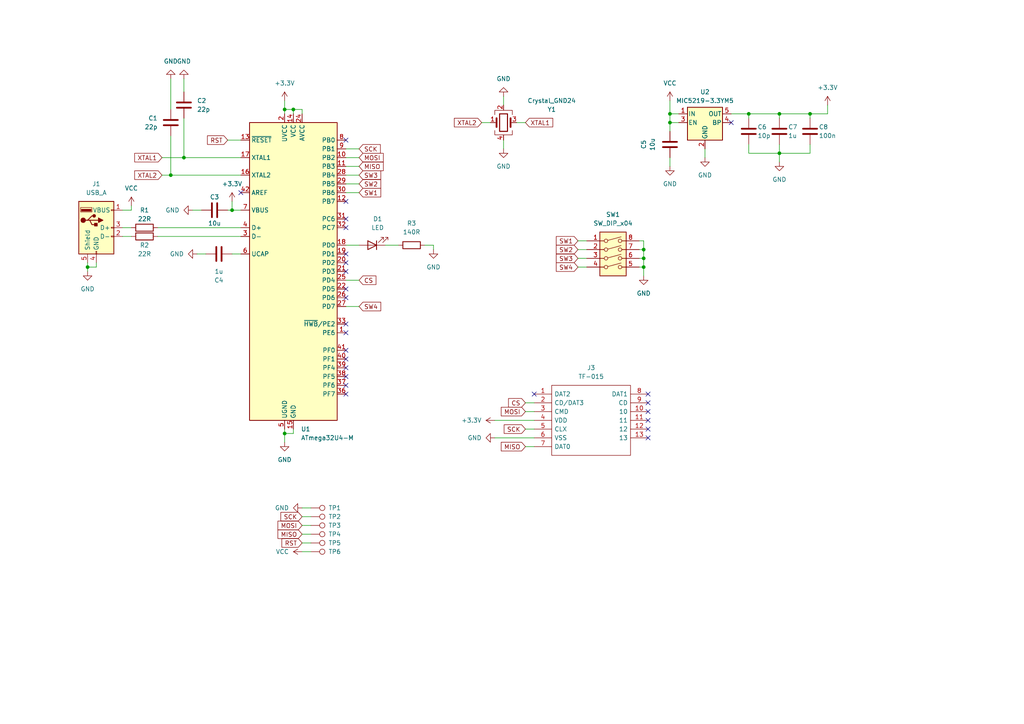
<source format=kicad_sch>
(kicad_sch (version 20230121) (generator eeschema)
  (paper "A4")
  (lib_symbols
    (symbol "Connector:TestPoint" (pin_numbers hide) (pin_names (offset 0.762) hide)
      (property "Reference" "TP" (at 0 6.858 0))
      (property "Value" "TestPoint" (at 0 5.08 0))
      (symbol "TestPoint_0_1"
        (circle (center 0 3.302) (radius 0.762))
      )
      (symbol "TestPoint_1_1"
        (pin passive line (at 0 0 90) (length 2.54) (name "1") (number "1"))
      )
    )
    (symbol "Connector:USB_A" (pin_names (offset 1.016))
      (property "Reference" "J" (at -5.08 11.43 0))
      (property "Value" "USB_A" (at -5.08 8.89 0))
      (symbol "USB_A_0_1"
        (rectangle (start -5.08 -7.62) (end 5.08 7.62) (stroke (width 0.254)) (fill (type background)))
        (circle (center -3.81 2.159) (radius 0.635) (stroke (width 0.254)) (fill (type outline)))
        (rectangle (start -1.524 4.826) (end -4.318 5.334) (fill (type outline)))
        (rectangle (start -1.27 4.572) (end -4.572 5.842))
        (circle (center -0.635 3.429) (radius 0.381) (stroke (width 0.254)) (fill (type outline)))
        (rectangle (start -0.127 -7.62) (end 0.127 -6.858))
        (polyline (pts (xy -3.175 2.159) (xy -2.54 2.159) (xy -1.27 3.429) (xy -0.635 3.429)) (stroke (width 0.254)))
        (polyline (pts (xy -2.54 2.159) (xy -1.905 2.159) (xy -1.27 0.889) (xy 0 0.889)) (stroke (width 0.254)))
        (polyline (pts (xy 0.635 2.794) (xy 0.635 1.524) (xy 1.905 2.159) (xy 0.635 2.794)) (stroke (width 0.254)) (fill (type outline)))
        (rectangle (start 0.254 1.27) (end -0.508 0.508) (stroke (width 0.254)) (fill (type outline)))
        (rectangle (start 5.08 -2.667) (end 4.318 -2.413))
        (rectangle (start 5.08 -0.127) (end 4.318 0.127))
        (rectangle (start 5.08 4.953) (end 4.318 5.207))
      )
      (symbol "USB_A_1_1"
        (polyline (pts (xy -1.905 2.159) (xy 0.635 2.159)) (stroke (width 0.254)))
        (pin power_in line (at 7.62 5.08 180) (length 2.54) (name "VBUS") (number "1"))
        (pin bidirectional line (at 7.62 -2.54 180) (length 2.54) (name "D-") (number "2"))
        (pin bidirectional line (at 7.62 0 180) (length 2.54) (name "D+") (number "3"))
        (pin power_in line (at 0 -10.16 90) (length 2.54) (name "GND") (number "4"))
        (pin passive line (at -2.54 -10.16 90) (length 2.54) (name "Shield") (number "5"))
      )
    )
    (symbol "Device:C" (pin_numbers hide) (pin_names (offset 0.254))
      (property "Reference" "C" (at 0.635 2.54 0))
      (property "Value" "C" (at 0.635 -2.54 0))
      (symbol "C_0_1"
        (polyline (pts (xy -2.032 -0.762) (xy 2.032 -0.762)) (stroke (width 0.508)))
        (polyline (pts (xy -2.032 0.762) (xy 2.032 0.762)) (stroke (width 0.508)))
      )
      (symbol "C_1_1"
        (pin passive line (at 0 3.81 270) (length 2.794) (name "~") (number "1"))
        (pin passive line (at 0 -3.81 90) (length 2.794) (name "~") (number "2"))
      )
    )
    (symbol "Device:Crystal_GND24" (pin_names (offset 1.016) hide)
      (property "Reference" "Y" (at 3.175 5.08 0))
      (property "Value" "Crystal_GND24" (at 3.175 3.175 0))
      (symbol "Crystal_GND24_0_1"
        (rectangle (start -1.143 2.54) (end 1.143 -2.54) (stroke (width 0.3048)))
        (polyline (pts (xy -2.54 0) (xy -2.032 0)))
        (polyline (pts (xy -2.032 -1.27) (xy -2.032 1.27)) (stroke (width 0.508)))
        (polyline (pts (xy 0 -3.81) (xy 0 -3.556)))
        (polyline (pts (xy 0 3.556) (xy 0 3.81)))
        (polyline (pts (xy 2.032 -1.27) (xy 2.032 1.27)) (stroke (width 0.508)))
        (polyline (pts (xy 2.032 0) (xy 2.54 0)))
        (polyline (pts (xy -2.54 -2.286) (xy -2.54 -3.556) (xy 2.54 -3.556) (xy 2.54 -2.286)))
        (polyline (pts (xy -2.54 2.286) (xy -2.54 3.556) (xy 2.54 3.556) (xy 2.54 2.286)))
      )
      (symbol "Crystal_GND24_1_1"
        (pin passive line (at -3.81 0 0) (length 1.27) (name "1") (number "1"))
        (pin passive line (at 0 5.08 270) (length 1.27) (name "2") (number "2"))
        (pin passive line (at 3.81 0 180) (length 1.27) (name "3") (number "3"))
        (pin passive line (at 0 -5.08 90) (length 1.27) (name "4") (number "4"))
      )
    )
    (symbol "Device:LED" (pin_numbers hide) (pin_names (offset 1.016) hide)
      (property "Reference" "D" (at 0 2.54 0))
      (property "Value" "LED" (at 0 -2.54 0))
      (symbol "LED_0_1"
        (polyline (pts (xy -1.27 -1.27) (xy -1.27 1.27)) (stroke (width 0.254)))
        (polyline (pts (xy -1.27 0) (xy 1.27 0)))
        (polyline (pts (xy 1.27 -1.27) (xy 1.27 1.27) (xy -1.27 0) (xy 1.27 -1.27)) (stroke (width 0.254)))
        (polyline (pts (xy -3.048 -0.762) (xy -4.572 -2.286) (xy -3.81 -2.286) (xy -4.572 -2.286) (xy -4.572 -1.524)))
        (polyline (pts (xy -1.778 -0.762) (xy -3.302 -2.286) (xy -2.54 -2.286) (xy -3.302 -2.286) (xy -3.302 -1.524)))
      )
      (symbol "LED_1_1"
        (pin passive line (at -3.81 0 0) (length 2.54) (name "K") (number "1"))
        (pin passive line (at 3.81 0 180) (length 2.54) (name "A") (number "2"))
      )
    )
    (symbol "Device:R" (pin_numbers hide) (pin_names (offset 0))
      (property "Reference" "R" (at 2.032 0 90))
      (property "Value" "R" (at 0 0 90))
      (symbol "R_0_1"
        (rectangle (start -1.016 -2.54) (end 1.016 2.54) (stroke (width 0.254)))
      )
      (symbol "R_1_1"
        (pin passive line (at 0 3.81 270) (length 1.27) (name "~") (number "1"))
        (pin passive line (at 0 -3.81 90) (length 1.27) (name "~") (number "2"))
      )
    )
    (symbol "MCU_Microchip_ATmega:ATmega32U4-M"
      (property "Reference" "U" (at -12.7 44.45 0))
      (property "Value" "ATmega32U4-M" (at 2.54 -44.45 0))
      (symbol "ATmega32U4-M_0_1"
        (rectangle (start -12.7 -43.18) (end 12.7 43.18) (stroke (width 0.254)) (fill (type background)))
      )
      (symbol "ATmega32U4-M_1_1"
        (pin bidirectional line (at 15.24 -17.78 180) (length 2.54) (name "PE6") (number "1"))
        (pin bidirectional line (at 15.24 33.02 180) (length 2.54) (name "PB2") (number "10"))
        (pin bidirectional line (at 15.24 30.48 180) (length 2.54) (name "PB3") (number "11"))
        (pin bidirectional line (at 15.24 20.32 180) (length 2.54) (name "PB7") (number "12"))
        (pin input line (at -15.24 38.1 0) (length 2.54) (name "~{RESET}") (number "13"))
        (pin power_in line (at 0 45.72 270) (length 2.54) (name "VCC") (number "14"))
        (pin power_in line (at 0 -45.72 90) (length 2.54) (name "GND") (number "15"))
        (pin output line (at -15.24 27.94 0) (length 2.54) (name "XTAL2") (number "16"))
        (pin input line (at -15.24 33.02 0) (length 2.54) (name "XTAL1") (number "17"))
        (pin bidirectional line (at 15.24 7.62 180) (length 2.54) (name "PD0") (number "18"))
        (pin bidirectional line (at 15.24 5.08 180) (length 2.54) (name "PD1") (number "19"))
        (pin power_in line (at -2.54 45.72 270) (length 2.54) (name "UVCC") (number "2"))
        (pin bidirectional line (at 15.24 2.54 180) (length 2.54) (name "PD2") (number "20"))
        (pin bidirectional line (at 15.24 0 180) (length 2.54) (name "PD3") (number "21"))
        (pin bidirectional line (at 15.24 -5.08 180) (length 2.54) (name "PD5") (number "22"))
        (pin passive line (at 0 -45.72 90) (length 2.54) hide (name "GND") (number "23"))
        (pin power_in line (at 2.54 45.72 270) (length 2.54) (name "AVCC") (number "24"))
        (pin bidirectional line (at 15.24 -2.54 180) (length 2.54) (name "PD4") (number "25"))
        (pin bidirectional line (at 15.24 -7.62 180) (length 2.54) (name "PD6") (number "26"))
        (pin bidirectional line (at 15.24 -10.16 180) (length 2.54) (name "PD7") (number "27"))
        (pin bidirectional line (at 15.24 27.94 180) (length 2.54) (name "PB4") (number "28"))
        (pin bidirectional line (at 15.24 25.4 180) (length 2.54) (name "PB5") (number "29"))
        (pin bidirectional line (at -15.24 10.16 0) (length 2.54) (name "D-") (number "3"))
        (pin bidirectional line (at 15.24 22.86 180) (length 2.54) (name "PB6") (number "30"))
        (pin bidirectional line (at 15.24 15.24 180) (length 2.54) (name "PC6") (number "31"))
        (pin bidirectional line (at 15.24 12.7 180) (length 2.54) (name "PC7") (number "32"))
        (pin bidirectional line (at 15.24 -15.24 180) (length 2.54) (name "~{HWB}/PE2") (number "33"))
        (pin passive line (at 0 45.72 270) (length 2.54) hide (name "VCC") (number "34"))
        (pin passive line (at 0 -45.72 90) (length 2.54) hide (name "GND") (number "35"))
        (pin bidirectional line (at 15.24 -35.56 180) (length 2.54) (name "PF7") (number "36"))
        (pin bidirectional line (at 15.24 -33.02 180) (length 2.54) (name "PF6") (number "37"))
        (pin bidirectional line (at 15.24 -30.48 180) (length 2.54) (name "PF5") (number "38"))
        (pin bidirectional line (at 15.24 -27.94 180) (length 2.54) (name "PF4") (number "39"))
        (pin bidirectional line (at -15.24 12.7 0) (length 2.54) (name "D+") (number "4"))
        (pin bidirectional line (at 15.24 -25.4 180) (length 2.54) (name "PF1") (number "40"))
        (pin bidirectional line (at 15.24 -22.86 180) (length 2.54) (name "PF0") (number "41"))
        (pin passive line (at -15.24 22.86 0) (length 2.54) (name "AREF") (number "42"))
        (pin passive line (at 0 -45.72 90) (length 2.54) hide (name "GND") (number "43"))
        (pin passive line (at 2.54 45.72 270) (length 2.54) hide (name "AVCC") (number "44"))
        (pin passive line (at 0 -45.72 90) (length 2.54) hide (name "GND") (number "45"))
        (pin passive line (at -2.54 -45.72 90) (length 2.54) (name "UGND") (number "5"))
        (pin passive line (at -15.24 5.08 0) (length 2.54) (name "UCAP") (number "6"))
        (pin input line (at -15.24 17.78 0) (length 2.54) (name "VBUS") (number "7"))
        (pin bidirectional line (at 15.24 38.1 180) (length 2.54) (name "PB0") (number "8"))
        (pin bidirectional line (at 15.24 35.56 180) (length 2.54) (name "PB1") (number "9"))
      )
    )
    (symbol "Regulator_Linear:MIC5219-3.3YM5" (pin_names (offset 0.254))
      (property "Reference" "U" (at -3.81 5.715 0))
      (property "Value" "MIC5219-3.3YM5" (at 0 5.715 0))
      (symbol "MIC5219-3.3YM5_0_1"
        (rectangle (start -5.08 4.445) (end 5.08 -5.08) (stroke (width 0.254)) (fill (type background)))
      )
      (symbol "MIC5219-3.3YM5_1_1"
        (pin power_in line (at -7.62 2.54 0) (length 2.54) (name "IN") (number "1"))
        (pin power_in line (at 0 -7.62 90) (length 2.54) (name "GND") (number "2"))
        (pin input line (at -7.62 0 0) (length 2.54) (name "EN") (number "3"))
        (pin input line (at 7.62 0 180) (length 2.54) (name "BP") (number "4"))
        (pin power_out line (at 7.62 2.54 180) (length 2.54) (name "OUT") (number "5"))
      )
    )
    (symbol "SamacSys_Parts:TF-015" (pin_names (offset 0.762))
      (property "Reference" "J" (at 29.21 7.62 0))
      (property "Value" "TF-015" (at 29.21 5.08 0))
      (symbol "TF-015_0_0"
        (pin passive line (at 0 0 0) (length 5.08) (name "DAT2") (number "1"))
        (pin passive line (at 33.02 -5.08 180) (length 5.08) (name "10") (number "10"))
        (pin passive line (at 33.02 -7.62 180) (length 5.08) (name "11") (number "11"))
        (pin passive line (at 33.02 -10.16 180) (length 5.08) (name "12") (number "12"))
        (pin passive line (at 33.02 -12.7 180) (length 5.08) (name "13") (number "13"))
        (pin passive line (at 0 -2.54 0) (length 5.08) (name "CD/DAT3") (number "2"))
        (pin passive line (at 0 -5.08 0) (length 5.08) (name "CMD") (number "3"))
        (pin passive line (at 0 -7.62 0) (length 5.08) (name "VDD") (number "4"))
        (pin passive line (at 0 -10.16 0) (length 5.08) (name "CLX") (number "5"))
        (pin passive line (at 0 -12.7 0) (length 5.08) (name "VSS") (number "6"))
        (pin passive line (at 0 -15.24 0) (length 5.08) (name "DAT0") (number "7"))
        (pin passive line (at 33.02 0 180) (length 5.08) (name "DAT1") (number "8"))
        (pin passive line (at 33.02 -2.54 180) (length 5.08) (name "CD") (number "9"))
      )
      (symbol "TF-015_0_1"
        (polyline (pts (xy 5.08 2.54) (xy 27.94 2.54) (xy 27.94 -17.78) (xy 5.08 -17.78) (xy 5.08 2.54)) (stroke (width 0.1524)))
      )
    )
    (symbol "Switch:SW_DIP_x04" (pin_names (offset 0) hide)
      (property "Reference" "SW" (at 0 8.89 0))
      (property "Value" "SW_DIP_x04" (at 0 -6.35 0))
      (symbol "SW_DIP_x04_0_0"
        (circle (center -2.032 -2.54) (radius 0.508))
        (circle (center -2.032 0) (radius 0.508))
        (circle (center -2.032 2.54) (radius 0.508))
        (circle (center -2.032 5.08) (radius 0.508))
        (polyline (pts (xy -1.524 -2.3876) (xy 2.3622 -1.3462)))
        (polyline (pts (xy -1.524 0.127) (xy 2.3622 1.1684)))
        (polyline (pts (xy -1.524 2.667) (xy 2.3622 3.7084)))
        (polyline (pts (xy -1.524 5.207) (xy 2.3622 6.2484)))
        (circle (center 2.032 -2.54) (radius 0.508))
        (circle (center 2.032 0) (radius 0.508))
        (circle (center 2.032 2.54) (radius 0.508))
        (circle (center 2.032 5.08) (radius 0.508))
      )
      (symbol "SW_DIP_x04_0_1"
        (rectangle (start -3.81 7.62) (end 3.81 -5.08) (stroke (width 0.254)) (fill (type background)))
      )
      (symbol "SW_DIP_x04_1_1"
        (pin passive line (at -7.62 5.08 0) (length 5.08) (name "~") (number "1"))
        (pin passive line (at -7.62 2.54 0) (length 5.08) (name "~") (number "2"))
        (pin passive line (at -7.62 0 0) (length 5.08) (name "~") (number "3"))
        (pin passive line (at -7.62 -2.54 0) (length 5.08) (name "~") (number "4"))
        (pin passive line (at 7.62 -2.54 180) (length 5.08) (name "~") (number "5"))
        (pin passive line (at 7.62 0 180) (length 5.08) (name "~") (number "6"))
        (pin passive line (at 7.62 2.54 180) (length 5.08) (name "~") (number "7"))
        (pin passive line (at 7.62 5.08 180) (length 5.08) (name "~") (number "8"))
      )
    )
    (symbol "power:+3.3V" (power) (pin_names (offset 0))
      (property "Value" "+3.3V" (at 0 3.556 0))
      (symbol "+3.3V_0_1"
        (polyline (pts (xy -0.762 1.27) (xy 0 2.54)))
        (polyline (pts (xy 0 0) (xy 0 2.54)))
        (polyline (pts (xy 0 2.54) (xy 0.762 1.27)))
      )
      (symbol "+3.3V_1_1"
        (pin power_in line (at 0 0 90) (length 0) hide (name "+3.3V") (number "1"))
      )
    )
    (symbol "power:GND" (power) (pin_names (offset 0))
      (property "Value" "GND" (at 0 -3.81 0))
      (symbol "GND_0_1"
        (polyline (pts (xy 0 0) (xy 0 -1.27) (xy 1.27 -1.27) (xy 0 -2.54) (xy -1.27 -1.27) (xy 0 -1.27)))
      )
      (symbol "GND_1_1"
        (pin power_in line (at 0 0 270) (length 0) hide (name "GND") (number "1"))
      )
    )
    (symbol "power:VCC" (power) (pin_names (offset 0))
      (property "Value" "VCC" (at 0 3.81 0))
      (symbol "VCC_0_1"
        (polyline (pts (xy -0.762 1.27) (xy 0 2.54)))
        (polyline (pts (xy 0 0) (xy 0 2.54)))
        (polyline (pts (xy 0 2.54) (xy 0.762 1.27)))
      )
      (symbol "VCC_1_1"
        (pin power_in line (at 0 0 90) (length 0) hide (name "VCC") (number "1"))
      )
    )
  )
  (junction (at 186.69 77.47))
  (junction (at 194.31 35.56))
  (junction (at 82.55 125.73))
  (junction (at 82.55 31.75))
  (junction (at 234.95 33.02))
  (junction (at 186.69 74.93))
  (junction (at 194.31 33.02))
  (junction (at 226.06 44.45))
  (junction (at 67.31 60.96))
  (junction (at 25.4 77.47))
  (junction (at 226.06 33.02))
  (junction (at 85.09 31.75))
  (junction (at 186.69 72.39))
  (junction (at 217.17 33.02))
  (junction (at 49.53 50.8))
  (junction (at 53.34 45.72))
  (no_connect (at 100.33 93.98))
  (no_connect (at 187.96 127))
  (no_connect (at 100.33 109.22))
  (no_connect (at 100.33 66.04))
  (no_connect (at 100.33 101.6))
  (no_connect (at 187.96 116.84))
  (no_connect (at 187.96 119.38))
  (no_connect (at 100.33 58.42))
  (no_connect (at 187.96 124.46))
  (no_connect (at 100.33 96.52))
  (no_connect (at 69.85 55.88))
  (no_connect (at 100.33 63.5))
  (no_connect (at 212.09 35.56))
  (no_connect (at 187.96 121.92))
  (no_connect (at 100.33 86.36))
  (no_connect (at 100.33 83.82))
  (no_connect (at 100.33 73.66))
  (no_connect (at 100.33 111.76))
  (no_connect (at 187.96 114.3))
  (no_connect (at 100.33 76.2))
  (no_connect (at 100.33 114.3))
  (no_connect (at 100.33 106.68))
  (no_connect (at 100.33 78.74))
  (no_connect (at 100.33 104.14))
  (no_connect (at 154.94 114.3))
  (no_connect (at 100.33 40.64))
  (wire (pts (xy 167.64 72.39) (xy 170.18 72.39)))
  (wire (pts (xy 146.05 27.94) (xy 146.05 30.48)))
  (wire (pts (xy 100.33 81.28) (xy 104.14 81.28)))
  (wire (pts (xy 234.95 33.02) (xy 240.03 33.02)))
  (wire (pts (xy 35.56 66.04) (xy 38.1 66.04)))
  (wire (pts (xy 57.15 73.66) (xy 59.69 73.66)))
  (wire (pts (xy 152.4 129.54) (xy 154.94 129.54)))
  (wire (pts (xy 149.86 35.56) (xy 152.4 35.56)))
  (wire (pts (xy 185.42 74.93) (xy 186.69 74.93)))
  (wire (pts (xy 53.34 45.72) (xy 69.85 45.72)))
  (wire (pts (xy 217.17 44.45) (xy 226.06 44.45)))
  (wire (pts (xy 53.34 22.86) (xy 53.34 26.67)))
  (wire (pts (xy 53.34 45.72) (xy 46.99 45.72)))
  (wire (pts (xy 85.09 124.46) (xy 85.09 125.73)))
  (wire (pts (xy 226.06 44.45) (xy 226.06 46.99)))
  (wire (pts (xy 49.53 50.8) (xy 46.99 50.8)))
  (wire (pts (xy 167.64 77.47) (xy 170.18 77.47)))
  (wire (pts (xy 212.09 33.02) (xy 217.17 33.02)))
  (wire (pts (xy 45.72 68.58) (xy 69.85 68.58)))
  (wire (pts (xy 55.88 60.96) (xy 58.42 60.96)))
  (wire (pts (xy 217.17 33.02) (xy 226.06 33.02)))
  (wire (pts (xy 143.51 127) (xy 154.94 127)))
  (wire (pts (xy 35.56 68.58) (xy 38.1 68.58)))
  (wire (pts (xy 87.63 147.32) (xy 90.17 147.32)))
  (wire (pts (xy 82.55 124.46) (xy 82.55 125.73)))
  (wire (pts (xy 100.33 71.12) (xy 104.14 71.12)))
  (wire (pts (xy 87.63 31.75) (xy 85.09 31.75)))
  (wire (pts (xy 82.55 125.73) (xy 85.09 125.73)))
  (wire (pts (xy 123.19 71.12) (xy 125.73 71.12)))
  (wire (pts (xy 234.95 41.91) (xy 234.95 44.45)))
  (wire (pts (xy 82.55 29.21) (xy 82.55 31.75)))
  (wire (pts (xy 185.42 69.85) (xy 186.69 69.85)))
  (wire (pts (xy 194.31 35.56) (xy 194.31 33.02)))
  (wire (pts (xy 185.42 72.39) (xy 186.69 72.39)))
  (wire (pts (xy 194.31 29.21) (xy 194.31 33.02)))
  (wire (pts (xy 185.42 77.47) (xy 186.69 77.47)))
  (wire (pts (xy 100.33 88.9) (xy 104.14 88.9)))
  (wire (pts (xy 152.4 116.84) (xy 154.94 116.84)))
  (wire (pts (xy 49.53 50.8) (xy 69.85 50.8)))
  (wire (pts (xy 25.4 77.47) (xy 25.4 78.74)))
  (wire (pts (xy 100.33 55.88) (xy 104.14 55.88)))
  (wire (pts (xy 82.55 125.73) (xy 82.55 128.27)))
  (wire (pts (xy 152.4 124.46) (xy 154.94 124.46)))
  (wire (pts (xy 100.33 48.26) (xy 104.14 48.26)))
  (wire (pts (xy 38.1 59.69) (xy 38.1 60.96)))
  (wire (pts (xy 146.05 43.18) (xy 146.05 40.64)))
  (wire (pts (xy 87.63 149.86) (xy 90.17 149.86)))
  (wire (pts (xy 167.64 74.93) (xy 170.18 74.93)))
  (wire (pts (xy 25.4 77.47) (xy 27.94 77.47)))
  (wire (pts (xy 49.53 39.37) (xy 49.53 50.8)))
  (wire (pts (xy 100.33 53.34) (xy 104.14 53.34)))
  (wire (pts (xy 234.95 44.45) (xy 226.06 44.45)))
  (wire (pts (xy 204.47 43.18) (xy 204.47 45.72)))
  (wire (pts (xy 87.63 152.4) (xy 90.17 152.4)))
  (wire (pts (xy 87.63 157.48) (xy 90.17 157.48)))
  (wire (pts (xy 111.76 71.12) (xy 115.57 71.12)))
  (wire (pts (xy 85.09 33.02) (xy 85.09 31.75)))
  (wire (pts (xy 87.63 33.02) (xy 87.63 31.75)))
  (wire (pts (xy 67.31 60.96) (xy 69.85 60.96)))
  (wire (pts (xy 100.33 43.18) (xy 104.14 43.18)))
  (wire (pts (xy 186.69 74.93) (xy 186.69 72.39)))
  (wire (pts (xy 25.4 76.2) (xy 25.4 77.47)))
  (wire (pts (xy 125.73 71.12) (xy 125.73 72.39)))
  (wire (pts (xy 100.33 50.8) (xy 104.14 50.8)))
  (wire (pts (xy 143.51 121.92) (xy 154.94 121.92)))
  (wire (pts (xy 194.31 45.72) (xy 194.31 48.26)))
  (wire (pts (xy 217.17 41.91) (xy 217.17 44.45)))
  (wire (pts (xy 194.31 35.56) (xy 194.31 38.1)))
  (wire (pts (xy 217.17 33.02) (xy 217.17 34.29)))
  (wire (pts (xy 87.63 160.02) (xy 90.17 160.02)))
  (wire (pts (xy 226.06 44.45) (xy 226.06 41.91)))
  (wire (pts (xy 66.04 60.96) (xy 67.31 60.96)))
  (wire (pts (xy 142.24 35.56) (xy 139.7 35.56)))
  (wire (pts (xy 226.06 33.02) (xy 226.06 34.29)))
  (wire (pts (xy 85.09 31.75) (xy 82.55 31.75)))
  (wire (pts (xy 152.4 119.38) (xy 154.94 119.38)))
  (wire (pts (xy 196.85 35.56) (xy 194.31 35.56)))
  (wire (pts (xy 35.56 60.96) (xy 38.1 60.96)))
  (wire (pts (xy 66.04 40.64) (xy 69.85 40.64)))
  (wire (pts (xy 53.34 34.29) (xy 53.34 45.72)))
  (wire (pts (xy 82.55 31.75) (xy 82.55 33.02)))
  (wire (pts (xy 49.53 22.86) (xy 49.53 31.75)))
  (wire (pts (xy 45.72 66.04) (xy 69.85 66.04)))
  (wire (pts (xy 67.31 58.42) (xy 67.31 60.96)))
  (wire (pts (xy 67.31 73.66) (xy 69.85 73.66)))
  (wire (pts (xy 186.69 77.47) (xy 186.69 80.01)))
  (wire (pts (xy 240.03 30.48) (xy 240.03 33.02)))
  (wire (pts (xy 194.31 33.02) (xy 196.85 33.02)))
  (wire (pts (xy 226.06 33.02) (xy 234.95 33.02)))
  (wire (pts (xy 167.64 69.85) (xy 170.18 69.85)))
  (wire (pts (xy 100.33 45.72) (xy 104.14 45.72)))
  (wire (pts (xy 186.69 74.93) (xy 186.69 77.47)))
  (wire (pts (xy 234.95 33.02) (xy 234.95 34.29)))
  (wire (pts (xy 27.94 76.2) (xy 27.94 77.47)))
  (wire (pts (xy 186.69 69.85) (xy 186.69 72.39)))
  (wire (pts (xy 87.63 154.94) (xy 90.17 154.94)))
  (global_label "MOSI" (shape input) (at 152.4 119.38 180) (property "Intersheetrefs" "${INTERSHEET_REFS}" (effects hide)))
  (global_label "MISO" (shape input) (at 104.14 48.26 0) (property "Intersheetrefs" "${INTERSHEET_REFS}" (effects hide)))
  (global_label "SW3" (shape input) (at 104.14 50.8 0) (property "Intersheetrefs" "${INTERSHEET_REFS}" (effects hide)))
  (global_label "CS" (shape input) (at 152.4 116.84 180) (property "Intersheetrefs" "${INTERSHEET_REFS}" (effects hide)))
  (global_label "MOSI" (shape input) (at 87.63 152.4 180) (property "Intersheetrefs" "${INTERSHEET_REFS}" (effects hide)))
  (global_label "RST" (shape input) (at 87.63 157.48 180) (property "Intersheetrefs" "${INTERSHEET_REFS}" (effects hide)))
  (global_label "MISO" (shape input) (at 152.4 129.54 180) (property "Intersheetrefs" "${INTERSHEET_REFS}" (effects hide)))
  (global_label "MISO" (shape input) (at 87.63 154.94 180) (property "Intersheetrefs" "${INTERSHEET_REFS}" (effects hide)))
  (global_label "SW1" (shape input) (at 104.14 55.88 0) (property "Intersheetrefs" "${INTERSHEET_REFS}" (effects hide)))
  (global_label "SW2" (shape input) (at 167.64 72.39 180) (property "Intersheetrefs" "${INTERSHEET_REFS}" (effects hide)))
  (global_label "CS" (shape input) (at 104.14 81.28 0) (property "Intersheetrefs" "${INTERSHEET_REFS}" (effects hide)))
  (global_label "SW1" (shape input) (at 167.64 69.85 180) (property "Intersheetrefs" "${INTERSHEET_REFS}" (effects hide)))
  (global_label "SW4" (shape input) (at 104.14 88.9 0) (property "Intersheetrefs" "${INTERSHEET_REFS}" (effects hide)))
  (global_label "XTAL1" (shape input) (at 152.4 35.56 0) (property "Intersheetrefs" "${INTERSHEET_REFS}" (effects hide)))
  (global_label "RST" (shape input) (at 66.04 40.64 180) (property "Intersheetrefs" "${INTERSHEET_REFS}" (effects hide)))
  (global_label "SW2" (shape input) (at 104.14 53.34 0) (property "Intersheetrefs" "${INTERSHEET_REFS}" (effects hide)))
  (global_label "SCK" (shape input) (at 152.4 124.46 180) (property "Intersheetrefs" "${INTERSHEET_REFS}" (effects hide)))
  (global_label "XTAL2" (shape input) (at 46.99 50.8 180) (property "Intersheetrefs" "${INTERSHEET_REFS}" (effects hide)))
  (global_label "XTAL1" (shape input) (at 46.99 45.72 180) (property "Intersheetrefs" "${INTERSHEET_REFS}" (effects hide)))
  (global_label "MOSI" (shape input) (at 104.14 45.72 0) (property "Intersheetrefs" "${INTERSHEET_REFS}" (effects hide)))
  (global_label "XTAL2" (shape input) (at 139.7 35.56 180) (property "Intersheetrefs" "${INTERSHEET_REFS}" (effects hide)))
  (global_label "SCK" (shape input) (at 104.14 43.18 0) (property "Intersheetrefs" "${INTERSHEET_REFS}" (effects hide)))
  (global_label "SW3" (shape input) (at 167.64 74.93 180) (property "Intersheetrefs" "${INTERSHEET_REFS}" (effects hide)))
  (global_label "SCK" (shape input) (at 87.63 149.86 180) (property "Intersheetrefs" "${INTERSHEET_REFS}" (effects hide)))
  (global_label "SW4" (shape input) (at 167.64 77.47 180) (property "Intersheetrefs" "${INTERSHEET_REFS}" (effects hide)))
  (symbol (lib_id "power:GND") (at 25.4 78.74 0) (unit 1)
    (property "Reference" "#PWR01" (effects hide))
    (property "Value" "GND" (at 25.4 83.82 0))
  )
  (symbol (lib_id "Regulator_Linear:MIC5219-3.3YM5") (at 204.47 35.56 0) (unit 1)
    (property "Reference" "U2" (at 204.47 26.67 0))
    (property "Value" "MIC5219-3.3YM5" (at 204.47 29.21 0))
    (property "Footprint" "Package_TO_SOT_SMD:SOT-23-5" (effects hide))
    (property "Datasheet" "http://ww1.microchip.com/downloads/en/DeviceDoc/MIC5219-500mA-Peak-Output-LDO-Regulator-DS20006021A.pdf" (effects hide))
  )
  (symbol (lib_id "power:GND") (at 53.34 22.86 180) (unit 1)
    (property "Reference" "#PWR04" (effects hide))
    (property "Value" "GND" (at 53.34 17.78 0))
  )
  (symbol (lib_id "power:GND") (at 125.73 72.39 0) (unit 1)
    (property "Reference" "#PWR012" (effects hide))
    (property "Value" "GND" (at 125.73 77.47 0))
  )
  (symbol (lib_id "Device:Crystal_GND24") (at 146.05 35.56 0) (unit 1)
    (property "Reference" "Y1" (at 160.02 31.75 0))
    (property "Value" "Crystal_GND24" (at 160.02 29.21 0))
    (property "Footprint" "Crystal:Crystal_SMD_3225-4Pin_3.2x2.5mm_HandSoldering" (effects hide))
  )
  (symbol (lib_id "Connector:TestPoint") (at 90.17 160.02 270) (unit 1)
    (property "Reference" "TP6" (at 95.25 160.02 90) (effects (justify left)))
    (property "Value" "TestPoint" (effects hide))
    (property "Footprint" "TestPoint:TestPoint_Pad_D1.0mm" (effects hide))
  )
  (symbol (lib_id "Device:R") (at 41.91 66.04 90) (unit 1)
    (property "Reference" "R1" (at 41.91 60.96 90))
    (property "Value" "22R" (at 41.91 63.5 90))
    (property "Footprint" "Resistor_SMD:R_0805_2012Metric_Pad1.20x1.40mm_HandSolder" (effects hide))
  )
  (symbol (lib_id "Connector:TestPoint") (at 90.17 149.86 270) (unit 1)
    (property "Reference" "TP2" (at 95.25 149.86 90) (effects (justify left)))
    (property "Value" "TestPoint" (effects hide))
    (property "Footprint" "TestPoint:TestPoint_Pad_D1.0mm" (effects hide))
  )
  (symbol (lib_id "power:GND") (at 57.15 73.66 270) (unit 1)
    (property "Reference" "#PWR06" (effects hide))
    (property "Value" "GND" (at 53.34 73.66 90) (effects (justify right)))
  )
  (symbol (lib_id "Connector:TestPoint") (at 90.17 154.94 270) (unit 1)
    (property "Reference" "TP4" (at 95.25 154.94 90) (effects (justify left)))
    (property "Value" "TestPoint" (effects hide))
    (property "Footprint" "TestPoint:TestPoint_Pad_D1.0mm" (effects hide))
  )
  (symbol (lib_id "power:+3.3V") (at 143.51 121.92 90) (unit 1)
    (property "Reference" "#PWR013" (effects hide))
    (property "Value" "+3.3V" (at 139.7 121.92 90) (effects (justify left)))
  )
  (symbol (lib_id "power:GND") (at 49.53 22.86 180) (unit 1)
    (property "Reference" "#PWR03" (effects hide))
    (property "Value" "GND" (at 49.53 17.78 0))
  )
  (symbol (lib_id "Device:C") (at 49.53 35.56 0) (mirror y) (unit 1)
    (property "Reference" "C1" (at 45.72 34.29 0) (effects (justify left)))
    (property "Value" "22p" (at 45.72 36.83 0) (effects (justify left)))
    (property "Footprint" "Capacitor_SMD:C_0805_2012Metric_Pad1.18x1.45mm_HandSolder" (effects hide))
  )
  (symbol (lib_id "Device:C") (at 226.06 38.1 0) (unit 1)
    (property "Reference" "C7" (at 228.6 36.83 0) (effects (justify left)))
    (property "Value" "1u" (at 228.6 39.37 0) (effects (justify left)))
    (property "Footprint" "Capacitor_SMD:C_0805_2012Metric_Pad1.18x1.45mm_HandSolder" (effects hide))
  )
  (symbol (lib_id "Device:C") (at 62.23 60.96 90) (mirror x) (unit 1)
    (property "Reference" "C3" (at 62.23 57.15 90))
    (property "Value" "10u" (at 62.23 64.77 90))
    (property "Footprint" "Capacitor_SMD:C_0805_2012Metric_Pad1.18x1.45mm_HandSolder" (effects hide))
  )
  (symbol (lib_id "power:GND") (at 146.05 43.18 0) (unit 1)
    (property "Reference" "#PWR021" (effects hide))
    (property "Value" "GND" (at 146.05 48.26 0))
  )
  (symbol (lib_id "power:GND") (at 143.51 127 270) (unit 1)
    (property "Reference" "#PWR014" (effects hide))
    (property "Value" "GND" (at 139.7 127 90) (effects (justify right)))
  )
  (symbol (lib_id "Device:C") (at 234.95 38.1 0) (unit 1)
    (property "Reference" "C8" (at 237.49 36.83 0) (effects (justify left)))
    (property "Value" "100n" (at 237.49 39.37 0) (effects (justify left)))
    (property "Footprint" "Capacitor_SMD:C_0805_2012Metric_Pad1.18x1.45mm_HandSolder" (effects hide))
  )
  (symbol (lib_id "Connector:USB_A") (at 27.94 66.04 0) (unit 1)
    (property "Reference" "J1" (at 27.94 53.34 0))
    (property "Value" "USB_A" (at 27.94 55.88 0))
    (property "Footprint" "Connector_USB:USB_A_CNCTech_1001-011-01101_Horizontal" (effects hide))
    (property "Datasheet" " ~" (effects hide))
  )
  (symbol (lib_id "Connector:TestPoint") (at 90.17 157.48 270) (unit 1)
    (property "Reference" "TP5" (at 95.25 157.48 90) (effects (justify left)))
    (property "Value" "TestPoint" (effects hide))
    (property "Footprint" "TestPoint:TestPoint_Pad_D1.0mm" (effects hide))
  )
  (symbol (lib_id "Device:R") (at 41.91 68.58 270) (unit 1)
    (property "Reference" "R2" (at 41.91 71.12 90))
    (property "Value" "22R" (at 41.91 73.66 90))
    (property "Footprint" "Resistor_SMD:R_0805_2012Metric_Pad1.20x1.40mm_HandSolder" (effects hide))
  )
  (symbol (lib_id "Connector:TestPoint") (at 90.17 147.32 270) (unit 1)
    (property "Reference" "TP1" (at 95.25 147.32 90) (effects (justify left)))
    (property "Value" "TestPoint" (effects hide))
    (property "Footprint" "TestPoint:TestPoint_Pad_D1.0mm" (effects hide))
  )
  (symbol (lib_id "Device:C") (at 217.17 38.1 0) (unit 1)
    (property "Reference" "C6" (at 219.71 36.83 0) (effects (justify left)))
    (property "Value" "10p" (at 219.71 39.37 0) (effects (justify left)))
    (property "Footprint" "Capacitor_SMD:C_0805_2012Metric_Pad1.18x1.45mm_HandSolder" (effects hide))
  )
  (symbol (lib_id "Device:C") (at 63.5 73.66 90) (mirror x) (unit 1)
    (property "Reference" "C4" (at 63.5 81.28 90))
    (property "Value" "1u" (at 63.5 78.74 90))
    (property "Footprint" "Capacitor_SMD:C_0805_2012Metric_Pad1.18x1.45mm_HandSolder" (effects hide))
  )
  (symbol (lib_id "power:GND") (at 226.06 46.99 0) (unit 1)
    (property "Reference" "#PWR019" (effects hide))
    (property "Value" "GND" (at 226.06 52.07 0))
  )
  (symbol (lib_id "SamacSys_Parts:TF-015") (at 154.94 114.3 0) (unit 1)
    (property "Reference" "J3" (at 171.45 106.68 0))
    (property "Value" "TF-015" (at 171.45 109.22 0))
    (property "Footprint" "SamacSys_Parts:TF015" (effects hide))
    (property "Datasheet" "https://datasheet.lcsc.com/szlcsc/SOFNG-TF-015_C113206.pdf" (effects hide))
    (property "Description" "SD Card connector" (effects hide))
    (property "Height" "1.7" (effects hide))
    (property "Manufacturer_Name" "SOFNG" (effects hide))
    (property "Manufacturer_Part_Number" "TF-015" (effects hide))
  )
  (symbol (lib_id "power:GND") (at 194.31 48.26 0) (unit 1)
    (property "Reference" "#PWR017" (effects hide))
    (property "Value" "GND" (at 194.31 53.34 0))
  )
  (symbol (lib_id "Device:LED") (at 107.95 71.12 180) (unit 1)
    (property "Reference" "D1" (at 109.5375 63.5 0))
    (property "Value" "LED" (at 109.5375 66.04 0))
    (property "Footprint" "LED_SMD:LED_0805_2012Metric_Pad1.15x1.40mm_HandSolder" (effects hide))
  )
  (symbol (lib_id "Device:C") (at 194.31 41.91 180) (unit 1)
    (property "Reference" "C5" (at 186.69 41.91 90))
    (property "Value" "10u" (at 189.23 41.91 90))
    (property "Footprint" "Capacitor_SMD:C_0805_2012Metric_Pad1.18x1.45mm_HandSolder" (effects hide))
  )
  (symbol (lib_id "power:GND") (at 186.69 80.01 0) (unit 1)
    (property "Reference" "#PWR015" (effects hide))
    (property "Value" "GND" (at 186.69 85.09 0))
  )
  (symbol (lib_id "Device:C") (at 53.34 30.48 0) (unit 1)
    (property "Reference" "C2" (at 57.15 29.21 0) (effects (justify left)))
    (property "Value" "22p" (at 57.15 31.75 0) (effects (justify left)))
    (property "Footprint" "Capacitor_SMD:C_0805_2012Metric_Pad1.18x1.45mm_HandSolder" (effects hide))
  )
  (symbol (lib_id "power:GND") (at 82.55 128.27 0) (unit 1)
    (property "Reference" "#PWR09" (effects hide))
    (property "Value" "GND" (at 82.55 133.35 0))
  )
  (symbol (lib_id "Switch:SW_DIP_x04") (at 177.8 74.93 0) (unit 1)
    (property "Reference" "SW1" (at 177.8 62.23 0))
    (property "Value" "SW_DIP_x04" (at 177.8 64.77 0))
    (property "Footprint" "Package_DIP:DIP-8_W7.62mm_SMDSocket_SmallPads" (effects hide))
  )
  (symbol (lib_id "power:VCC") (at 194.31 29.21 0) (unit 1)
    (property "Reference" "#PWR016" (effects hide))
    (property "Value" "VCC" (at 194.31 24.13 0))
  )
  (symbol (lib_id "power:+3.3V") (at 240.03 30.48 0) (unit 1)
    (property "Reference" "#PWR020" (effects hide))
    (property "Value" "+3.3V" (at 240.03 25.4 0))
  )
  (symbol (lib_id "power:+3.3V") (at 67.31 58.42 0) (unit 1)
    (property "Reference" "#PWR07" (effects hide))
    (property "Value" "+3.3V" (at 67.31 53.34 0))
  )
  (symbol (lib_id "power:GND") (at 146.05 27.94 180) (unit 1)
    (property "Reference" "#PWR022" (effects hide))
    (property "Value" "GND" (at 146.05 22.86 0))
  )
  (symbol (lib_id "power:+3.3V") (at 82.55 29.21 0) (unit 1)
    (property "Reference" "#PWR08" (effects hide))
    (property "Value" "+3.3V" (at 82.55 24.13 0))
  )
  (symbol (lib_id "Connector:TestPoint") (at 90.17 152.4 270) (unit 1)
    (property "Reference" "TP3" (at 95.25 152.4 90) (effects (justify left)))
    (property "Value" "TestPoint" (effects hide))
    (property "Footprint" "TestPoint:TestPoint_Pad_D1.0mm" (effects hide))
  )
  (symbol (lib_id "power:VCC") (at 87.63 160.02 90) (unit 1)
    (property "Reference" "#PWR011" (effects hide))
    (property "Value" "VCC" (at 83.82 160.02 90) (effects (justify left)))
  )
  (symbol (lib_id "power:GND") (at 204.47 45.72 0) (unit 1)
    (property "Reference" "#PWR018" (effects hide))
    (property "Value" "GND" (at 204.47 50.8 0))
  )
  (symbol (lib_id "power:VCC") (at 38.1 59.69 0) (unit 1)
    (property "Reference" "#PWR02" (effects hide))
    (property "Value" "VCC" (at 38.1 54.61 0))
  )
  (symbol (lib_id "power:GND") (at 87.63 147.32 270) (unit 1)
    (property "Reference" "#PWR010" (effects hide))
    (property "Value" "GND" (at 83.82 147.32 90) (effects (justify right)))
  )
  (symbol (lib_id "Device:R") (at 119.38 71.12 90) (unit 1)
    (property "Reference" "R3" (at 119.38 64.77 90))
    (property "Value" "140R" (at 119.38 67.31 90))
    (property "Footprint" "Resistor_SMD:R_0805_2012Metric_Pad1.20x1.40mm_HandSolder" (effects hide))
  )
  (symbol (lib_id "MCU_Microchip_ATmega:ATmega32U4-M") (at 85.09 78.74 0) (unit 1)
    (property "Reference" "U1" (at 87.2841 124.46 0) (effects (justify left)))
    (property "Value" "ATmega32U4-M" (at 87.2841 127 0) (effects (justify left)))
    (property "Footprint" "Package_DFN_QFN:QFN-44-1EP_7x7mm_P0.5mm_EP5.2x5.2mm" (effects hide))
    (property "Datasheet" "http://ww1.microchip.com/downloads/en/DeviceDoc/Atmel-7766-8-bit-AVR-ATmega16U4-32U4_Datasheet.pdf" (effects hide))
  )
  (symbol (lib_id "power:GND") (at 55.88 60.96 270) (unit 1)
    (property "Reference" "#PWR05" (effects hide))
    (property "Value" "GND" (at 52.07 60.96 90) (effects (justify right)))
  )
)
</source>
